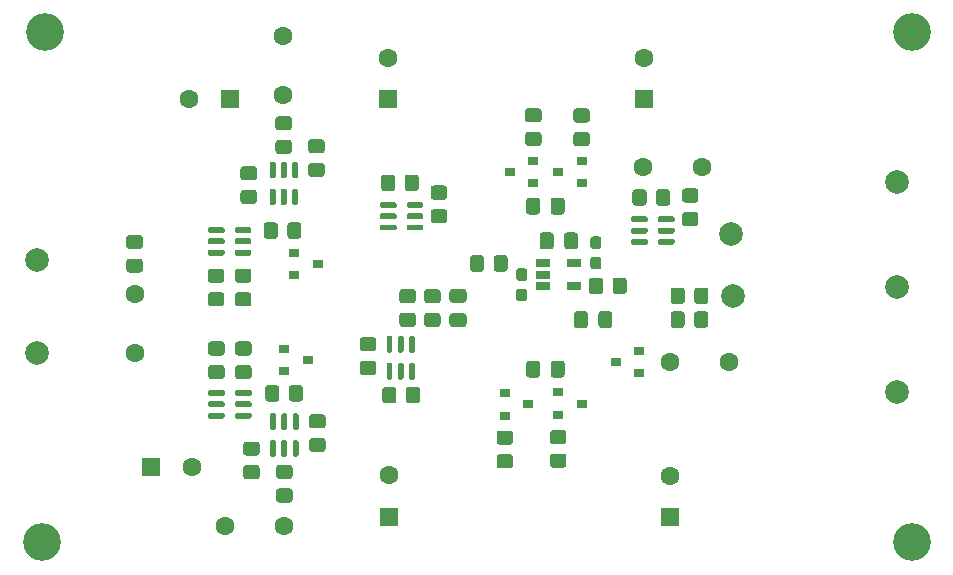
<source format=gbr>
G04 #@! TF.GenerationSoftware,KiCad,Pcbnew,(5.1.10-0-10_14)*
G04 #@! TF.CreationDate,2021-05-19T17:23:42+02:00*
G04 #@! TF.ProjectId,pre-amp-discret,7072652d-616d-4702-9d64-697363726574,rev?*
G04 #@! TF.SameCoordinates,Original*
G04 #@! TF.FileFunction,Soldermask,Top*
G04 #@! TF.FilePolarity,Negative*
%FSLAX46Y46*%
G04 Gerber Fmt 4.6, Leading zero omitted, Abs format (unit mm)*
G04 Created by KiCad (PCBNEW (5.1.10-0-10_14)) date 2021-05-19 17:23:42*
%MOMM*%
%LPD*%
G01*
G04 APERTURE LIST*
%ADD10R,1.220000X0.650000*%
%ADD11C,1.600000*%
%ADD12R,1.600000X1.600000*%
%ADD13R,0.900000X0.800000*%
%ADD14C,2.000000*%
%ADD15C,3.200000*%
G04 APERTURE END LIST*
D10*
X171022000Y-119893000D03*
X171022000Y-121793000D03*
X168402000Y-121793000D03*
X168402000Y-120843000D03*
X168402000Y-119893000D03*
G36*
G01*
X163446000Y-119437999D02*
X163446000Y-120338001D01*
G75*
G02*
X163196001Y-120588000I-249999J0D01*
G01*
X162495999Y-120588000D01*
G75*
G02*
X162246000Y-120338001I0J249999D01*
G01*
X162246000Y-119437999D01*
G75*
G02*
X162495999Y-119188000I249999J0D01*
G01*
X163196001Y-119188000D01*
G75*
G02*
X163446000Y-119437999I0J-249999D01*
G01*
G37*
G36*
G01*
X165446000Y-119437999D02*
X165446000Y-120338001D01*
G75*
G02*
X165196001Y-120588000I-249999J0D01*
G01*
X164495999Y-120588000D01*
G75*
G02*
X164246000Y-120338001I0J249999D01*
G01*
X164246000Y-119437999D01*
G75*
G02*
X164495999Y-119188000I249999J0D01*
G01*
X165196001Y-119188000D01*
G75*
G02*
X165446000Y-119437999I0J-249999D01*
G01*
G37*
G36*
G01*
X180432000Y-124200499D02*
X180432000Y-125100501D01*
G75*
G02*
X180182001Y-125350500I-249999J0D01*
G01*
X179481999Y-125350500D01*
G75*
G02*
X179232000Y-125100501I0J249999D01*
G01*
X179232000Y-124200499D01*
G75*
G02*
X179481999Y-123950500I249999J0D01*
G01*
X180182001Y-123950500D01*
G75*
G02*
X180432000Y-124200499I0J-249999D01*
G01*
G37*
G36*
G01*
X182432000Y-124200499D02*
X182432000Y-125100501D01*
G75*
G02*
X182182001Y-125350500I-249999J0D01*
G01*
X181481999Y-125350500D01*
G75*
G02*
X181232000Y-125100501I0J249999D01*
G01*
X181232000Y-124200499D01*
G75*
G02*
X181481999Y-123950500I249999J0D01*
G01*
X182182001Y-123950500D01*
G75*
G02*
X182432000Y-124200499I0J-249999D01*
G01*
G37*
G36*
G01*
X174326500Y-122243001D02*
X174326500Y-121342999D01*
G75*
G02*
X174576499Y-121093000I249999J0D01*
G01*
X175276501Y-121093000D01*
G75*
G02*
X175526500Y-121342999I0J-249999D01*
G01*
X175526500Y-122243001D01*
G75*
G02*
X175276501Y-122493000I-249999J0D01*
G01*
X174576499Y-122493000D01*
G75*
G02*
X174326500Y-122243001I0J249999D01*
G01*
G37*
G36*
G01*
X172326500Y-122243001D02*
X172326500Y-121342999D01*
G75*
G02*
X172576499Y-121093000I249999J0D01*
G01*
X173276501Y-121093000D01*
G75*
G02*
X173526500Y-121342999I0J-249999D01*
G01*
X173526500Y-122243001D01*
G75*
G02*
X173276501Y-122493000I-249999J0D01*
G01*
X172576499Y-122493000D01*
G75*
G02*
X172326500Y-122243001I0J249999D01*
G01*
G37*
G36*
G01*
X172228000Y-124175500D02*
X172228000Y-125125500D01*
G75*
G02*
X171978000Y-125375500I-250000J0D01*
G01*
X171303000Y-125375500D01*
G75*
G02*
X171053000Y-125125500I0J250000D01*
G01*
X171053000Y-124175500D01*
G75*
G02*
X171303000Y-123925500I250000J0D01*
G01*
X171978000Y-123925500D01*
G75*
G02*
X172228000Y-124175500I0J-250000D01*
G01*
G37*
G36*
G01*
X174303000Y-124175500D02*
X174303000Y-125125500D01*
G75*
G02*
X174053000Y-125375500I-250000J0D01*
G01*
X173378000Y-125375500D01*
G75*
G02*
X173128000Y-125125500I0J250000D01*
G01*
X173128000Y-124175500D01*
G75*
G02*
X173378000Y-123925500I250000J0D01*
G01*
X174053000Y-123925500D01*
G75*
G02*
X174303000Y-124175500I0J-250000D01*
G01*
G37*
G36*
G01*
X166861500Y-121378000D02*
X166386500Y-121378000D01*
G75*
G02*
X166149000Y-121140500I0J237500D01*
G01*
X166149000Y-120540500D01*
G75*
G02*
X166386500Y-120303000I237500J0D01*
G01*
X166861500Y-120303000D01*
G75*
G02*
X167099000Y-120540500I0J-237500D01*
G01*
X167099000Y-121140500D01*
G75*
G02*
X166861500Y-121378000I-237500J0D01*
G01*
G37*
G36*
G01*
X166861500Y-123103000D02*
X166386500Y-123103000D01*
G75*
G02*
X166149000Y-122865500I0J237500D01*
G01*
X166149000Y-122265500D01*
G75*
G02*
X166386500Y-122028000I237500J0D01*
G01*
X166861500Y-122028000D01*
G75*
G02*
X167099000Y-122265500I0J-237500D01*
G01*
X167099000Y-122865500D01*
G75*
G02*
X166861500Y-123103000I-237500J0D01*
G01*
G37*
G36*
G01*
X172673000Y-119324000D02*
X173148000Y-119324000D01*
G75*
G02*
X173385500Y-119561500I0J-237500D01*
G01*
X173385500Y-120161500D01*
G75*
G02*
X173148000Y-120399000I-237500J0D01*
G01*
X172673000Y-120399000D01*
G75*
G02*
X172435500Y-120161500I0J237500D01*
G01*
X172435500Y-119561500D01*
G75*
G02*
X172673000Y-119324000I237500J0D01*
G01*
G37*
G36*
G01*
X172673000Y-117599000D02*
X173148000Y-117599000D01*
G75*
G02*
X173385500Y-117836500I0J-237500D01*
G01*
X173385500Y-118436500D01*
G75*
G02*
X173148000Y-118674000I-237500J0D01*
G01*
X172673000Y-118674000D01*
G75*
G02*
X172435500Y-118436500I0J237500D01*
G01*
X172435500Y-117836500D01*
G75*
G02*
X172673000Y-117599000I237500J0D01*
G01*
G37*
G36*
G01*
X170227500Y-118458000D02*
X170227500Y-117508000D01*
G75*
G02*
X170477500Y-117258000I250000J0D01*
G01*
X171152500Y-117258000D01*
G75*
G02*
X171402500Y-117508000I0J-250000D01*
G01*
X171402500Y-118458000D01*
G75*
G02*
X171152500Y-118708000I-250000J0D01*
G01*
X170477500Y-118708000D01*
G75*
G02*
X170227500Y-118458000I0J250000D01*
G01*
G37*
G36*
G01*
X168152500Y-118458000D02*
X168152500Y-117508000D01*
G75*
G02*
X168402500Y-117258000I250000J0D01*
G01*
X169077500Y-117258000D01*
G75*
G02*
X169327500Y-117508000I0J-250000D01*
G01*
X169327500Y-118458000D01*
G75*
G02*
X169077500Y-118708000I-250000J0D01*
G01*
X168402500Y-118708000D01*
G75*
G02*
X168152500Y-118458000I0J250000D01*
G01*
G37*
G36*
G01*
X145710100Y-133999000D02*
X145460100Y-133999000D01*
G75*
G02*
X145335100Y-133874000I0J125000D01*
G01*
X145335100Y-132699000D01*
G75*
G02*
X145460100Y-132574000I125000J0D01*
G01*
X145710100Y-132574000D01*
G75*
G02*
X145835100Y-132699000I0J-125000D01*
G01*
X145835100Y-133874000D01*
G75*
G02*
X145710100Y-133999000I-125000J0D01*
G01*
G37*
G36*
G01*
X146660100Y-133999000D02*
X146410100Y-133999000D01*
G75*
G02*
X146285100Y-133874000I0J125000D01*
G01*
X146285100Y-132699000D01*
G75*
G02*
X146410100Y-132574000I125000J0D01*
G01*
X146660100Y-132574000D01*
G75*
G02*
X146785100Y-132699000I0J-125000D01*
G01*
X146785100Y-133874000D01*
G75*
G02*
X146660100Y-133999000I-125000J0D01*
G01*
G37*
G36*
G01*
X147610100Y-133999000D02*
X147360100Y-133999000D01*
G75*
G02*
X147235100Y-133874000I0J125000D01*
G01*
X147235100Y-132699000D01*
G75*
G02*
X147360100Y-132574000I125000J0D01*
G01*
X147610100Y-132574000D01*
G75*
G02*
X147735100Y-132699000I0J-125000D01*
G01*
X147735100Y-133874000D01*
G75*
G02*
X147610100Y-133999000I-125000J0D01*
G01*
G37*
G36*
G01*
X147610100Y-136274000D02*
X147360100Y-136274000D01*
G75*
G02*
X147235100Y-136149000I0J125000D01*
G01*
X147235100Y-134974000D01*
G75*
G02*
X147360100Y-134849000I125000J0D01*
G01*
X147610100Y-134849000D01*
G75*
G02*
X147735100Y-134974000I0J-125000D01*
G01*
X147735100Y-136149000D01*
G75*
G02*
X147610100Y-136274000I-125000J0D01*
G01*
G37*
G36*
G01*
X146660100Y-136274000D02*
X146410100Y-136274000D01*
G75*
G02*
X146285100Y-136149000I0J125000D01*
G01*
X146285100Y-134974000D01*
G75*
G02*
X146410100Y-134849000I125000J0D01*
G01*
X146660100Y-134849000D01*
G75*
G02*
X146785100Y-134974000I0J-125000D01*
G01*
X146785100Y-136149000D01*
G75*
G02*
X146660100Y-136274000I-125000J0D01*
G01*
G37*
G36*
G01*
X145710100Y-136274000D02*
X145460100Y-136274000D01*
G75*
G02*
X145335100Y-136149000I0J125000D01*
G01*
X145335100Y-134974000D01*
G75*
G02*
X145460100Y-134849000I125000J0D01*
G01*
X145710100Y-134849000D01*
G75*
G02*
X145835100Y-134974000I0J-125000D01*
G01*
X145835100Y-136149000D01*
G75*
G02*
X145710100Y-136274000I-125000J0D01*
G01*
G37*
G36*
G01*
X142353000Y-130998500D02*
X142353000Y-130748500D01*
G75*
G02*
X142478000Y-130623500I125000J0D01*
G01*
X143653000Y-130623500D01*
G75*
G02*
X143778000Y-130748500I0J-125000D01*
G01*
X143778000Y-130998500D01*
G75*
G02*
X143653000Y-131123500I-125000J0D01*
G01*
X142478000Y-131123500D01*
G75*
G02*
X142353000Y-130998500I0J125000D01*
G01*
G37*
G36*
G01*
X142353000Y-131948500D02*
X142353000Y-131698500D01*
G75*
G02*
X142478000Y-131573500I125000J0D01*
G01*
X143653000Y-131573500D01*
G75*
G02*
X143778000Y-131698500I0J-125000D01*
G01*
X143778000Y-131948500D01*
G75*
G02*
X143653000Y-132073500I-125000J0D01*
G01*
X142478000Y-132073500D01*
G75*
G02*
X142353000Y-131948500I0J125000D01*
G01*
G37*
G36*
G01*
X142353000Y-132898500D02*
X142353000Y-132648500D01*
G75*
G02*
X142478000Y-132523500I125000J0D01*
G01*
X143653000Y-132523500D01*
G75*
G02*
X143778000Y-132648500I0J-125000D01*
G01*
X143778000Y-132898500D01*
G75*
G02*
X143653000Y-133023500I-125000J0D01*
G01*
X142478000Y-133023500D01*
G75*
G02*
X142353000Y-132898500I0J125000D01*
G01*
G37*
G36*
G01*
X140078000Y-132898500D02*
X140078000Y-132648500D01*
G75*
G02*
X140203000Y-132523500I125000J0D01*
G01*
X141378000Y-132523500D01*
G75*
G02*
X141503000Y-132648500I0J-125000D01*
G01*
X141503000Y-132898500D01*
G75*
G02*
X141378000Y-133023500I-125000J0D01*
G01*
X140203000Y-133023500D01*
G75*
G02*
X140078000Y-132898500I0J125000D01*
G01*
G37*
G36*
G01*
X140078000Y-131948500D02*
X140078000Y-131698500D01*
G75*
G02*
X140203000Y-131573500I125000J0D01*
G01*
X141378000Y-131573500D01*
G75*
G02*
X141503000Y-131698500I0J-125000D01*
G01*
X141503000Y-131948500D01*
G75*
G02*
X141378000Y-132073500I-125000J0D01*
G01*
X140203000Y-132073500D01*
G75*
G02*
X140078000Y-131948500I0J125000D01*
G01*
G37*
G36*
G01*
X140078000Y-130998500D02*
X140078000Y-130748500D01*
G75*
G02*
X140203000Y-130623500I125000J0D01*
G01*
X141378000Y-130623500D01*
G75*
G02*
X141503000Y-130748500I0J-125000D01*
G01*
X141503000Y-130998500D01*
G75*
G02*
X141378000Y-131123500I-125000J0D01*
G01*
X140203000Y-131123500D01*
G75*
G02*
X140078000Y-130998500I0J125000D01*
G01*
G37*
G36*
G01*
X177306000Y-117931700D02*
X177306000Y-118181700D01*
G75*
G02*
X177181000Y-118306700I-125000J0D01*
G01*
X176006000Y-118306700D01*
G75*
G02*
X175881000Y-118181700I0J125000D01*
G01*
X175881000Y-117931700D01*
G75*
G02*
X176006000Y-117806700I125000J0D01*
G01*
X177181000Y-117806700D01*
G75*
G02*
X177306000Y-117931700I0J-125000D01*
G01*
G37*
G36*
G01*
X177306000Y-116981700D02*
X177306000Y-117231700D01*
G75*
G02*
X177181000Y-117356700I-125000J0D01*
G01*
X176006000Y-117356700D01*
G75*
G02*
X175881000Y-117231700I0J125000D01*
G01*
X175881000Y-116981700D01*
G75*
G02*
X176006000Y-116856700I125000J0D01*
G01*
X177181000Y-116856700D01*
G75*
G02*
X177306000Y-116981700I0J-125000D01*
G01*
G37*
G36*
G01*
X177306000Y-116031700D02*
X177306000Y-116281700D01*
G75*
G02*
X177181000Y-116406700I-125000J0D01*
G01*
X176006000Y-116406700D01*
G75*
G02*
X175881000Y-116281700I0J125000D01*
G01*
X175881000Y-116031700D01*
G75*
G02*
X176006000Y-115906700I125000J0D01*
G01*
X177181000Y-115906700D01*
G75*
G02*
X177306000Y-116031700I0J-125000D01*
G01*
G37*
G36*
G01*
X179581000Y-116031700D02*
X179581000Y-116281700D01*
G75*
G02*
X179456000Y-116406700I-125000J0D01*
G01*
X178281000Y-116406700D01*
G75*
G02*
X178156000Y-116281700I0J125000D01*
G01*
X178156000Y-116031700D01*
G75*
G02*
X178281000Y-115906700I125000J0D01*
G01*
X179456000Y-115906700D01*
G75*
G02*
X179581000Y-116031700I0J-125000D01*
G01*
G37*
G36*
G01*
X179581000Y-116981700D02*
X179581000Y-117231700D01*
G75*
G02*
X179456000Y-117356700I-125000J0D01*
G01*
X178281000Y-117356700D01*
G75*
G02*
X178156000Y-117231700I0J125000D01*
G01*
X178156000Y-116981700D01*
G75*
G02*
X178281000Y-116856700I125000J0D01*
G01*
X179456000Y-116856700D01*
G75*
G02*
X179581000Y-116981700I0J-125000D01*
G01*
G37*
G36*
G01*
X179581000Y-117931700D02*
X179581000Y-118181700D01*
G75*
G02*
X179456000Y-118306700I-125000J0D01*
G01*
X178281000Y-118306700D01*
G75*
G02*
X178156000Y-118181700I0J125000D01*
G01*
X178156000Y-117931700D01*
G75*
G02*
X178281000Y-117806700I125000J0D01*
G01*
X179456000Y-117806700D01*
G75*
G02*
X179581000Y-117931700I0J-125000D01*
G01*
G37*
G36*
G01*
X156033500Y-116722700D02*
X156033500Y-116972700D01*
G75*
G02*
X155908500Y-117097700I-125000J0D01*
G01*
X154733500Y-117097700D01*
G75*
G02*
X154608500Y-116972700I0J125000D01*
G01*
X154608500Y-116722700D01*
G75*
G02*
X154733500Y-116597700I125000J0D01*
G01*
X155908500Y-116597700D01*
G75*
G02*
X156033500Y-116722700I0J-125000D01*
G01*
G37*
G36*
G01*
X156033500Y-115772700D02*
X156033500Y-116022700D01*
G75*
G02*
X155908500Y-116147700I-125000J0D01*
G01*
X154733500Y-116147700D01*
G75*
G02*
X154608500Y-116022700I0J125000D01*
G01*
X154608500Y-115772700D01*
G75*
G02*
X154733500Y-115647700I125000J0D01*
G01*
X155908500Y-115647700D01*
G75*
G02*
X156033500Y-115772700I0J-125000D01*
G01*
G37*
G36*
G01*
X156033500Y-114822700D02*
X156033500Y-115072700D01*
G75*
G02*
X155908500Y-115197700I-125000J0D01*
G01*
X154733500Y-115197700D01*
G75*
G02*
X154608500Y-115072700I0J125000D01*
G01*
X154608500Y-114822700D01*
G75*
G02*
X154733500Y-114697700I125000J0D01*
G01*
X155908500Y-114697700D01*
G75*
G02*
X156033500Y-114822700I0J-125000D01*
G01*
G37*
G36*
G01*
X158308500Y-114822700D02*
X158308500Y-115072700D01*
G75*
G02*
X158183500Y-115197700I-125000J0D01*
G01*
X157008500Y-115197700D01*
G75*
G02*
X156883500Y-115072700I0J125000D01*
G01*
X156883500Y-114822700D01*
G75*
G02*
X157008500Y-114697700I125000J0D01*
G01*
X158183500Y-114697700D01*
G75*
G02*
X158308500Y-114822700I0J-125000D01*
G01*
G37*
G36*
G01*
X158308500Y-115772700D02*
X158308500Y-116022700D01*
G75*
G02*
X158183500Y-116147700I-125000J0D01*
G01*
X157008500Y-116147700D01*
G75*
G02*
X156883500Y-116022700I0J125000D01*
G01*
X156883500Y-115772700D01*
G75*
G02*
X157008500Y-115647700I125000J0D01*
G01*
X158183500Y-115647700D01*
G75*
G02*
X158308500Y-115772700I0J-125000D01*
G01*
G37*
G36*
G01*
X158308500Y-116722700D02*
X158308500Y-116972700D01*
G75*
G02*
X158183500Y-117097700I-125000J0D01*
G01*
X157008500Y-117097700D01*
G75*
G02*
X156883500Y-116972700I0J125000D01*
G01*
X156883500Y-116722700D01*
G75*
G02*
X157008500Y-116597700I125000J0D01*
G01*
X158183500Y-116597700D01*
G75*
G02*
X158308500Y-116722700I0J-125000D01*
G01*
G37*
G36*
G01*
X142329300Y-117198600D02*
X142329300Y-116948600D01*
G75*
G02*
X142454300Y-116823600I125000J0D01*
G01*
X143629300Y-116823600D01*
G75*
G02*
X143754300Y-116948600I0J-125000D01*
G01*
X143754300Y-117198600D01*
G75*
G02*
X143629300Y-117323600I-125000J0D01*
G01*
X142454300Y-117323600D01*
G75*
G02*
X142329300Y-117198600I0J125000D01*
G01*
G37*
G36*
G01*
X142329300Y-118148600D02*
X142329300Y-117898600D01*
G75*
G02*
X142454300Y-117773600I125000J0D01*
G01*
X143629300Y-117773600D01*
G75*
G02*
X143754300Y-117898600I0J-125000D01*
G01*
X143754300Y-118148600D01*
G75*
G02*
X143629300Y-118273600I-125000J0D01*
G01*
X142454300Y-118273600D01*
G75*
G02*
X142329300Y-118148600I0J125000D01*
G01*
G37*
G36*
G01*
X142329300Y-119098600D02*
X142329300Y-118848600D01*
G75*
G02*
X142454300Y-118723600I125000J0D01*
G01*
X143629300Y-118723600D01*
G75*
G02*
X143754300Y-118848600I0J-125000D01*
G01*
X143754300Y-119098600D01*
G75*
G02*
X143629300Y-119223600I-125000J0D01*
G01*
X142454300Y-119223600D01*
G75*
G02*
X142329300Y-119098600I0J125000D01*
G01*
G37*
G36*
G01*
X140054300Y-119098600D02*
X140054300Y-118848600D01*
G75*
G02*
X140179300Y-118723600I125000J0D01*
G01*
X141354300Y-118723600D01*
G75*
G02*
X141479300Y-118848600I0J-125000D01*
G01*
X141479300Y-119098600D01*
G75*
G02*
X141354300Y-119223600I-125000J0D01*
G01*
X140179300Y-119223600D01*
G75*
G02*
X140054300Y-119098600I0J125000D01*
G01*
G37*
G36*
G01*
X140054300Y-118148600D02*
X140054300Y-117898600D01*
G75*
G02*
X140179300Y-117773600I125000J0D01*
G01*
X141354300Y-117773600D01*
G75*
G02*
X141479300Y-117898600I0J-125000D01*
G01*
X141479300Y-118148600D01*
G75*
G02*
X141354300Y-118273600I-125000J0D01*
G01*
X140179300Y-118273600D01*
G75*
G02*
X140054300Y-118148600I0J125000D01*
G01*
G37*
G36*
G01*
X140054300Y-117198600D02*
X140054300Y-116948600D01*
G75*
G02*
X140179300Y-116823600I125000J0D01*
G01*
X141354300Y-116823600D01*
G75*
G02*
X141479300Y-116948600I0J-125000D01*
G01*
X141479300Y-117198600D01*
G75*
G02*
X141354300Y-117323600I-125000J0D01*
G01*
X140179300Y-117323600D01*
G75*
G02*
X140054300Y-117198600I0J125000D01*
G01*
G37*
G36*
G01*
X145667000Y-112699400D02*
X145417000Y-112699400D01*
G75*
G02*
X145292000Y-112574400I0J125000D01*
G01*
X145292000Y-111399400D01*
G75*
G02*
X145417000Y-111274400I125000J0D01*
G01*
X145667000Y-111274400D01*
G75*
G02*
X145792000Y-111399400I0J-125000D01*
G01*
X145792000Y-112574400D01*
G75*
G02*
X145667000Y-112699400I-125000J0D01*
G01*
G37*
G36*
G01*
X146617000Y-112699400D02*
X146367000Y-112699400D01*
G75*
G02*
X146242000Y-112574400I0J125000D01*
G01*
X146242000Y-111399400D01*
G75*
G02*
X146367000Y-111274400I125000J0D01*
G01*
X146617000Y-111274400D01*
G75*
G02*
X146742000Y-111399400I0J-125000D01*
G01*
X146742000Y-112574400D01*
G75*
G02*
X146617000Y-112699400I-125000J0D01*
G01*
G37*
G36*
G01*
X147567000Y-112699400D02*
X147317000Y-112699400D01*
G75*
G02*
X147192000Y-112574400I0J125000D01*
G01*
X147192000Y-111399400D01*
G75*
G02*
X147317000Y-111274400I125000J0D01*
G01*
X147567000Y-111274400D01*
G75*
G02*
X147692000Y-111399400I0J-125000D01*
G01*
X147692000Y-112574400D01*
G75*
G02*
X147567000Y-112699400I-125000J0D01*
G01*
G37*
G36*
G01*
X147567000Y-114974400D02*
X147317000Y-114974400D01*
G75*
G02*
X147192000Y-114849400I0J125000D01*
G01*
X147192000Y-113674400D01*
G75*
G02*
X147317000Y-113549400I125000J0D01*
G01*
X147567000Y-113549400D01*
G75*
G02*
X147692000Y-113674400I0J-125000D01*
G01*
X147692000Y-114849400D01*
G75*
G02*
X147567000Y-114974400I-125000J0D01*
G01*
G37*
G36*
G01*
X146617000Y-114974400D02*
X146367000Y-114974400D01*
G75*
G02*
X146242000Y-114849400I0J125000D01*
G01*
X146242000Y-113674400D01*
G75*
G02*
X146367000Y-113549400I125000J0D01*
G01*
X146617000Y-113549400D01*
G75*
G02*
X146742000Y-113674400I0J-125000D01*
G01*
X146742000Y-114849400D01*
G75*
G02*
X146617000Y-114974400I-125000J0D01*
G01*
G37*
G36*
G01*
X145667000Y-114974400D02*
X145417000Y-114974400D01*
G75*
G02*
X145292000Y-114849400I0J125000D01*
G01*
X145292000Y-113674400D01*
G75*
G02*
X145417000Y-113549400I125000J0D01*
G01*
X145667000Y-113549400D01*
G75*
G02*
X145792000Y-113674400I0J-125000D01*
G01*
X145792000Y-114849400D01*
G75*
G02*
X145667000Y-114974400I-125000J0D01*
G01*
G37*
G36*
G01*
X157215300Y-128303800D02*
X157465300Y-128303800D01*
G75*
G02*
X157590300Y-128428800I0J-125000D01*
G01*
X157590300Y-129603800D01*
G75*
G02*
X157465300Y-129728800I-125000J0D01*
G01*
X157215300Y-129728800D01*
G75*
G02*
X157090300Y-129603800I0J125000D01*
G01*
X157090300Y-128428800D01*
G75*
G02*
X157215300Y-128303800I125000J0D01*
G01*
G37*
G36*
G01*
X156265300Y-128303800D02*
X156515300Y-128303800D01*
G75*
G02*
X156640300Y-128428800I0J-125000D01*
G01*
X156640300Y-129603800D01*
G75*
G02*
X156515300Y-129728800I-125000J0D01*
G01*
X156265300Y-129728800D01*
G75*
G02*
X156140300Y-129603800I0J125000D01*
G01*
X156140300Y-128428800D01*
G75*
G02*
X156265300Y-128303800I125000J0D01*
G01*
G37*
G36*
G01*
X155315300Y-128303800D02*
X155565300Y-128303800D01*
G75*
G02*
X155690300Y-128428800I0J-125000D01*
G01*
X155690300Y-129603800D01*
G75*
G02*
X155565300Y-129728800I-125000J0D01*
G01*
X155315300Y-129728800D01*
G75*
G02*
X155190300Y-129603800I0J125000D01*
G01*
X155190300Y-128428800D01*
G75*
G02*
X155315300Y-128303800I125000J0D01*
G01*
G37*
G36*
G01*
X155315300Y-126028800D02*
X155565300Y-126028800D01*
G75*
G02*
X155690300Y-126153800I0J-125000D01*
G01*
X155690300Y-127328800D01*
G75*
G02*
X155565300Y-127453800I-125000J0D01*
G01*
X155315300Y-127453800D01*
G75*
G02*
X155190300Y-127328800I0J125000D01*
G01*
X155190300Y-126153800D01*
G75*
G02*
X155315300Y-126028800I125000J0D01*
G01*
G37*
G36*
G01*
X156265300Y-126028800D02*
X156515300Y-126028800D01*
G75*
G02*
X156640300Y-126153800I0J-125000D01*
G01*
X156640300Y-127328800D01*
G75*
G02*
X156515300Y-127453800I-125000J0D01*
G01*
X156265300Y-127453800D01*
G75*
G02*
X156140300Y-127328800I0J125000D01*
G01*
X156140300Y-126153800D01*
G75*
G02*
X156265300Y-126028800I125000J0D01*
G01*
G37*
G36*
G01*
X157215300Y-126028800D02*
X157465300Y-126028800D01*
G75*
G02*
X157590300Y-126153800I0J-125000D01*
G01*
X157590300Y-127328800D01*
G75*
G02*
X157465300Y-127453800I-125000J0D01*
G01*
X157215300Y-127453800D01*
G75*
G02*
X157090300Y-127328800I0J125000D01*
G01*
X157090300Y-126153800D01*
G75*
G02*
X157215300Y-126028800I125000J0D01*
G01*
G37*
D11*
X176961800Y-102481500D03*
D12*
X176961800Y-105981500D03*
G36*
G01*
X146082599Y-138941000D02*
X146982601Y-138941000D01*
G75*
G02*
X147232600Y-139190999I0J-249999D01*
G01*
X147232600Y-139891001D01*
G75*
G02*
X146982601Y-140141000I-249999J0D01*
G01*
X146082599Y-140141000D01*
G75*
G02*
X145832600Y-139891001I0J249999D01*
G01*
X145832600Y-139190999D01*
G75*
G02*
X146082599Y-138941000I249999J0D01*
G01*
G37*
G36*
G01*
X146082599Y-136941000D02*
X146982601Y-136941000D01*
G75*
G02*
X147232600Y-137190999I0J-249999D01*
G01*
X147232600Y-137891001D01*
G75*
G02*
X146982601Y-138141000I-249999J0D01*
G01*
X146082599Y-138141000D01*
G75*
G02*
X145832600Y-137891001I0J249999D01*
G01*
X145832600Y-137190999D01*
G75*
G02*
X146082599Y-136941000I249999J0D01*
G01*
G37*
G36*
G01*
X146110500Y-130436199D02*
X146110500Y-131336201D01*
G75*
G02*
X145860501Y-131586200I-249999J0D01*
G01*
X145160499Y-131586200D01*
G75*
G02*
X144910500Y-131336201I0J249999D01*
G01*
X144910500Y-130436199D01*
G75*
G02*
X145160499Y-130186200I249999J0D01*
G01*
X145860501Y-130186200D01*
G75*
G02*
X146110500Y-130436199I0J-249999D01*
G01*
G37*
G36*
G01*
X148110500Y-130436199D02*
X148110500Y-131336201D01*
G75*
G02*
X147860501Y-131586200I-249999J0D01*
G01*
X147160499Y-131586200D01*
G75*
G02*
X146910500Y-131336201I0J249999D01*
G01*
X146910500Y-130436199D01*
G75*
G02*
X147160499Y-130186200I249999J0D01*
G01*
X147860501Y-130186200D01*
G75*
G02*
X148110500Y-130436199I0J-249999D01*
G01*
G37*
G36*
G01*
X145983500Y-116656699D02*
X145983500Y-117556701D01*
G75*
G02*
X145733501Y-117806700I-249999J0D01*
G01*
X145033499Y-117806700D01*
G75*
G02*
X144783500Y-117556701I0J249999D01*
G01*
X144783500Y-116656699D01*
G75*
G02*
X145033499Y-116406700I249999J0D01*
G01*
X145733501Y-116406700D01*
G75*
G02*
X145983500Y-116656699I0J-249999D01*
G01*
G37*
G36*
G01*
X147983500Y-116656699D02*
X147983500Y-117556701D01*
G75*
G02*
X147733501Y-117806700I-249999J0D01*
G01*
X147033499Y-117806700D01*
G75*
G02*
X146783500Y-117556701I0J249999D01*
G01*
X146783500Y-116656699D01*
G75*
G02*
X147033499Y-116406700I249999J0D01*
G01*
X147733501Y-116406700D01*
G75*
G02*
X147983500Y-116656699I0J-249999D01*
G01*
G37*
G36*
G01*
X146031799Y-109420100D02*
X146931801Y-109420100D01*
G75*
G02*
X147181800Y-109670099I0J-249999D01*
G01*
X147181800Y-110370101D01*
G75*
G02*
X146931801Y-110620100I-249999J0D01*
G01*
X146031799Y-110620100D01*
G75*
G02*
X145781800Y-110370101I0J249999D01*
G01*
X145781800Y-109670099D01*
G75*
G02*
X146031799Y-109420100I249999J0D01*
G01*
G37*
G36*
G01*
X146031799Y-107420100D02*
X146931801Y-107420100D01*
G75*
G02*
X147181800Y-107670099I0J-249999D01*
G01*
X147181800Y-108370101D01*
G75*
G02*
X146931801Y-108620100I-249999J0D01*
G01*
X146031799Y-108620100D01*
G75*
G02*
X145781800Y-108370101I0J249999D01*
G01*
X145781800Y-107670099D01*
G75*
G02*
X146031799Y-107420100I249999J0D01*
G01*
G37*
D13*
X148532600Y-128043900D03*
X146532600Y-128993900D03*
X146532600Y-127093900D03*
X149383500Y-119949000D03*
X147383500Y-120899000D03*
X147383500Y-118999000D03*
D11*
X155422600Y-137845800D03*
D12*
X155422600Y-141345800D03*
D11*
X155346400Y-102506900D03*
D12*
X155346400Y-106006900D03*
G36*
G01*
X143301299Y-136972500D02*
X144201301Y-136972500D01*
G75*
G02*
X144451300Y-137222499I0J-249999D01*
G01*
X144451300Y-137922501D01*
G75*
G02*
X144201301Y-138172500I-249999J0D01*
G01*
X143301299Y-138172500D01*
G75*
G02*
X143051300Y-137922501I0J249999D01*
G01*
X143051300Y-137222499D01*
G75*
G02*
X143301299Y-136972500I249999J0D01*
G01*
G37*
G36*
G01*
X143301299Y-134972500D02*
X144201301Y-134972500D01*
G75*
G02*
X144451300Y-135222499I0J-249999D01*
G01*
X144451300Y-135922501D01*
G75*
G02*
X144201301Y-136172500I-249999J0D01*
G01*
X143301299Y-136172500D01*
G75*
G02*
X143051300Y-135922501I0J249999D01*
G01*
X143051300Y-135222499D01*
G75*
G02*
X143301299Y-134972500I249999J0D01*
G01*
G37*
D13*
X165614600Y-112130800D03*
X167614600Y-111180800D03*
X167614600Y-113080800D03*
G36*
G01*
X180444700Y-122181199D02*
X180444700Y-123081201D01*
G75*
G02*
X180194701Y-123331200I-249999J0D01*
G01*
X179494699Y-123331200D01*
G75*
G02*
X179244700Y-123081201I0J249999D01*
G01*
X179244700Y-122181199D01*
G75*
G02*
X179494699Y-121931200I249999J0D01*
G01*
X180194701Y-121931200D01*
G75*
G02*
X180444700Y-122181199I0J-249999D01*
G01*
G37*
G36*
G01*
X182444700Y-122181199D02*
X182444700Y-123081201D01*
G75*
G02*
X182194701Y-123331200I-249999J0D01*
G01*
X181494699Y-123331200D01*
G75*
G02*
X181244700Y-123081201I0J249999D01*
G01*
X181244700Y-122181199D01*
G75*
G02*
X181494699Y-121931200I249999J0D01*
G01*
X182194701Y-121931200D01*
G75*
G02*
X182444700Y-122181199I0J-249999D01*
G01*
G37*
G36*
G01*
X181348801Y-114741500D02*
X180448799Y-114741500D01*
G75*
G02*
X180198800Y-114491501I0J249999D01*
G01*
X180198800Y-113791499D01*
G75*
G02*
X180448799Y-113541500I249999J0D01*
G01*
X181348801Y-113541500D01*
G75*
G02*
X181598800Y-113791499I0J-249999D01*
G01*
X181598800Y-114491501D01*
G75*
G02*
X181348801Y-114741500I-249999J0D01*
G01*
G37*
G36*
G01*
X181348801Y-116741500D02*
X180448799Y-116741500D01*
G75*
G02*
X180198800Y-116491501I0J249999D01*
G01*
X180198800Y-115791499D01*
G75*
G02*
X180448799Y-115541500I249999J0D01*
G01*
X181348801Y-115541500D01*
G75*
G02*
X181598800Y-115791499I0J-249999D01*
G01*
X181598800Y-116491501D01*
G75*
G02*
X181348801Y-116741500I-249999J0D01*
G01*
G37*
G36*
G01*
X169272799Y-135994600D02*
X170172801Y-135994600D01*
G75*
G02*
X170422800Y-136244599I0J-249999D01*
G01*
X170422800Y-136944601D01*
G75*
G02*
X170172801Y-137194600I-249999J0D01*
G01*
X169272799Y-137194600D01*
G75*
G02*
X169022800Y-136944601I0J249999D01*
G01*
X169022800Y-136244599D01*
G75*
G02*
X169272799Y-135994600I249999J0D01*
G01*
G37*
G36*
G01*
X169272799Y-133994600D02*
X170172801Y-133994600D01*
G75*
G02*
X170422800Y-134244599I0J-249999D01*
G01*
X170422800Y-134944601D01*
G75*
G02*
X170172801Y-135194600I-249999J0D01*
G01*
X169272799Y-135194600D01*
G75*
G02*
X169022800Y-134944601I0J249999D01*
G01*
X169022800Y-134244599D01*
G75*
G02*
X169272799Y-133994600I249999J0D01*
G01*
G37*
G36*
G01*
X167164599Y-108747000D02*
X168064601Y-108747000D01*
G75*
G02*
X168314600Y-108996999I0J-249999D01*
G01*
X168314600Y-109697001D01*
G75*
G02*
X168064601Y-109947000I-249999J0D01*
G01*
X167164599Y-109947000D01*
G75*
G02*
X166914600Y-109697001I0J249999D01*
G01*
X166914600Y-108996999D01*
G75*
G02*
X167164599Y-108747000I249999J0D01*
G01*
G37*
G36*
G01*
X167164599Y-106747000D02*
X168064601Y-106747000D01*
G75*
G02*
X168314600Y-106996999I0J-249999D01*
G01*
X168314600Y-107697001D01*
G75*
G02*
X168064601Y-107947000I-249999J0D01*
G01*
X167164599Y-107947000D01*
G75*
G02*
X166914600Y-107697001I0J249999D01*
G01*
X166914600Y-106996999D01*
G75*
G02*
X167164599Y-106747000I249999J0D01*
G01*
G37*
G36*
G01*
X154069201Y-127346000D02*
X153169199Y-127346000D01*
G75*
G02*
X152919200Y-127096001I0J249999D01*
G01*
X152919200Y-126395999D01*
G75*
G02*
X153169199Y-126146000I249999J0D01*
G01*
X154069201Y-126146000D01*
G75*
G02*
X154319200Y-126395999I0J-249999D01*
G01*
X154319200Y-127096001D01*
G75*
G02*
X154069201Y-127346000I-249999J0D01*
G01*
G37*
G36*
G01*
X154069201Y-129346000D02*
X153169199Y-129346000D01*
G75*
G02*
X152919200Y-129096001I0J249999D01*
G01*
X152919200Y-128395999D01*
G75*
G02*
X153169199Y-128146000I249999J0D01*
G01*
X154069201Y-128146000D01*
G75*
G02*
X154319200Y-128395999I0J-249999D01*
G01*
X154319200Y-129096001D01*
G75*
G02*
X154069201Y-129346000I-249999J0D01*
G01*
G37*
G36*
G01*
X142602799Y-122323300D02*
X143502801Y-122323300D01*
G75*
G02*
X143752800Y-122573299I0J-249999D01*
G01*
X143752800Y-123273301D01*
G75*
G02*
X143502801Y-123523300I-249999J0D01*
G01*
X142602799Y-123523300D01*
G75*
G02*
X142352800Y-123273301I0J249999D01*
G01*
X142352800Y-122573299D01*
G75*
G02*
X142602799Y-122323300I249999J0D01*
G01*
G37*
G36*
G01*
X142602799Y-120323300D02*
X143502801Y-120323300D01*
G75*
G02*
X143752800Y-120573299I0J-249999D01*
G01*
X143752800Y-121273301D01*
G75*
G02*
X143502801Y-121523300I-249999J0D01*
G01*
X142602799Y-121523300D01*
G75*
G02*
X142352800Y-121273301I0J249999D01*
G01*
X142352800Y-120573299D01*
G75*
G02*
X142602799Y-120323300I249999J0D01*
G01*
G37*
G36*
G01*
X148800399Y-111375900D02*
X149700401Y-111375900D01*
G75*
G02*
X149950400Y-111625899I0J-249999D01*
G01*
X149950400Y-112325901D01*
G75*
G02*
X149700401Y-112575900I-249999J0D01*
G01*
X148800399Y-112575900D01*
G75*
G02*
X148550400Y-112325901I0J249999D01*
G01*
X148550400Y-111625899D01*
G75*
G02*
X148800399Y-111375900I249999J0D01*
G01*
G37*
G36*
G01*
X148800399Y-109375900D02*
X149700401Y-109375900D01*
G75*
G02*
X149950400Y-109625899I0J-249999D01*
G01*
X149950400Y-110325901D01*
G75*
G02*
X149700401Y-110575900I-249999J0D01*
G01*
X148800399Y-110575900D01*
G75*
G02*
X148550400Y-110325901I0J249999D01*
G01*
X148550400Y-109625899D01*
G75*
G02*
X148800399Y-109375900I249999J0D01*
G01*
G37*
G36*
G01*
X156029200Y-130588599D02*
X156029200Y-131488601D01*
G75*
G02*
X155779201Y-131738600I-249999J0D01*
G01*
X155079199Y-131738600D01*
G75*
G02*
X154829200Y-131488601I0J249999D01*
G01*
X154829200Y-130588599D01*
G75*
G02*
X155079199Y-130338600I249999J0D01*
G01*
X155779201Y-130338600D01*
G75*
G02*
X156029200Y-130588599I0J-249999D01*
G01*
G37*
G36*
G01*
X158029200Y-130588599D02*
X158029200Y-131488601D01*
G75*
G02*
X157779201Y-131738600I-249999J0D01*
G01*
X157079199Y-131738600D01*
G75*
G02*
X156829200Y-131488601I0J249999D01*
G01*
X156829200Y-130588599D01*
G75*
G02*
X157079199Y-130338600I249999J0D01*
G01*
X157779201Y-130338600D01*
G75*
G02*
X158029200Y-130588599I0J-249999D01*
G01*
G37*
G36*
G01*
X140304099Y-122336000D02*
X141204101Y-122336000D01*
G75*
G02*
X141454100Y-122585999I0J-249999D01*
G01*
X141454100Y-123286001D01*
G75*
G02*
X141204101Y-123536000I-249999J0D01*
G01*
X140304099Y-123536000D01*
G75*
G02*
X140054100Y-123286001I0J249999D01*
G01*
X140054100Y-122585999D01*
G75*
G02*
X140304099Y-122336000I249999J0D01*
G01*
G37*
G36*
G01*
X140304099Y-120336000D02*
X141204101Y-120336000D01*
G75*
G02*
X141454100Y-120585999I0J-249999D01*
G01*
X141454100Y-121286001D01*
G75*
G02*
X141204101Y-121536000I-249999J0D01*
G01*
X140304099Y-121536000D01*
G75*
G02*
X140054100Y-121286001I0J249999D01*
G01*
X140054100Y-120585999D01*
G75*
G02*
X140304099Y-120336000I249999J0D01*
G01*
G37*
G36*
G01*
X143072699Y-113661900D02*
X143972701Y-113661900D01*
G75*
G02*
X144222700Y-113911899I0J-249999D01*
G01*
X144222700Y-114611901D01*
G75*
G02*
X143972701Y-114861900I-249999J0D01*
G01*
X143072699Y-114861900D01*
G75*
G02*
X142822700Y-114611901I0J249999D01*
G01*
X142822700Y-113911899D01*
G75*
G02*
X143072699Y-113661900I249999J0D01*
G01*
G37*
G36*
G01*
X143072699Y-111661900D02*
X143972701Y-111661900D01*
G75*
G02*
X144222700Y-111911899I0J-249999D01*
G01*
X144222700Y-112611901D01*
G75*
G02*
X143972701Y-112861900I-249999J0D01*
G01*
X143072699Y-112861900D01*
G75*
G02*
X142822700Y-112611901I0J249999D01*
G01*
X142822700Y-111911899D01*
G75*
G02*
X143072699Y-111661900I249999J0D01*
G01*
G37*
G36*
G01*
X168184500Y-114561600D02*
X168184500Y-115511600D01*
G75*
G02*
X167934500Y-115761600I-250000J0D01*
G01*
X167259500Y-115761600D01*
G75*
G02*
X167009500Y-115511600I0J250000D01*
G01*
X167009500Y-114561600D01*
G75*
G02*
X167259500Y-114311600I250000J0D01*
G01*
X167934500Y-114311600D01*
G75*
G02*
X168184500Y-114561600I0J-250000D01*
G01*
G37*
G36*
G01*
X170259500Y-114561600D02*
X170259500Y-115511600D01*
G75*
G02*
X170009500Y-115761600I-250000J0D01*
G01*
X169334500Y-115761600D01*
G75*
G02*
X169084500Y-115511600I0J250000D01*
G01*
X169084500Y-114561600D01*
G75*
G02*
X169334500Y-114311600I250000J0D01*
G01*
X170009500Y-114311600D01*
G75*
G02*
X170259500Y-114561600I0J-250000D01*
G01*
G37*
D11*
X138734800Y-137121900D03*
D12*
X135234800Y-137121900D03*
D11*
X138422500Y-105981500D03*
D12*
X141922500Y-105981500D03*
D11*
X179171600Y-137901800D03*
D12*
X179171600Y-141401800D03*
D11*
X141494500Y-142125700D03*
X146494500Y-142125700D03*
X146456400Y-105634800D03*
X146456400Y-100634800D03*
X184184300Y-128206500D03*
X179184300Y-128206500D03*
X176923700Y-111696500D03*
X181923700Y-111696500D03*
D14*
X184327800Y-117398800D03*
X184492900Y-122618500D03*
X198374000Y-121920000D03*
X125603000Y-127508000D03*
X198374000Y-130810000D03*
X125603000Y-119634000D03*
X198374000Y-113030000D03*
D13*
X174606200Y-128229400D03*
X176606200Y-127279400D03*
X176606200Y-129179400D03*
G36*
G01*
X156721000Y-113518101D02*
X156721000Y-112618099D01*
G75*
G02*
X156970999Y-112368100I249999J0D01*
G01*
X157671001Y-112368100D01*
G75*
G02*
X157921000Y-112618099I0J-249999D01*
G01*
X157921000Y-113518101D01*
G75*
G02*
X157671001Y-113768100I-249999J0D01*
G01*
X156970999Y-113768100D01*
G75*
G02*
X156721000Y-113518101I0J249999D01*
G01*
G37*
G36*
G01*
X154721000Y-113518101D02*
X154721000Y-112618099D01*
G75*
G02*
X154970999Y-112368100I249999J0D01*
G01*
X155671001Y-112368100D01*
G75*
G02*
X155921000Y-112618099I0J-249999D01*
G01*
X155921000Y-113518101D01*
G75*
G02*
X155671001Y-113768100I-249999J0D01*
G01*
X154970999Y-113768100D01*
G75*
G02*
X154721000Y-113518101I0J249999D01*
G01*
G37*
G36*
G01*
X168184500Y-128366500D02*
X168184500Y-129316500D01*
G75*
G02*
X167934500Y-129566500I-250000J0D01*
G01*
X167259500Y-129566500D01*
G75*
G02*
X167009500Y-129316500I0J250000D01*
G01*
X167009500Y-128366500D01*
G75*
G02*
X167259500Y-128116500I250000J0D01*
G01*
X167934500Y-128116500D01*
G75*
G02*
X168184500Y-128366500I0J-250000D01*
G01*
G37*
G36*
G01*
X170259500Y-128366500D02*
X170259500Y-129316500D01*
G75*
G02*
X170009500Y-129566500I-250000J0D01*
G01*
X169334500Y-129566500D01*
G75*
G02*
X169084500Y-129316500I0J250000D01*
G01*
X169084500Y-128366500D01*
G75*
G02*
X169334500Y-128116500I250000J0D01*
G01*
X170009500Y-128116500D01*
G75*
G02*
X170259500Y-128366500I0J-250000D01*
G01*
G37*
G36*
G01*
X160764200Y-124113800D02*
X161714200Y-124113800D01*
G75*
G02*
X161964200Y-124363800I0J-250000D01*
G01*
X161964200Y-125038800D01*
G75*
G02*
X161714200Y-125288800I-250000J0D01*
G01*
X160764200Y-125288800D01*
G75*
G02*
X160514200Y-125038800I0J250000D01*
G01*
X160514200Y-124363800D01*
G75*
G02*
X160764200Y-124113800I250000J0D01*
G01*
G37*
G36*
G01*
X160764200Y-122038800D02*
X161714200Y-122038800D01*
G75*
G02*
X161964200Y-122288800I0J-250000D01*
G01*
X161964200Y-122963800D01*
G75*
G02*
X161714200Y-123213800I-250000J0D01*
G01*
X160764200Y-123213800D01*
G75*
G02*
X160514200Y-122963800I0J250000D01*
G01*
X160514200Y-122288800D01*
G75*
G02*
X160764200Y-122038800I250000J0D01*
G01*
G37*
G36*
G01*
X134308001Y-118675200D02*
X133407999Y-118675200D01*
G75*
G02*
X133158000Y-118425201I0J249999D01*
G01*
X133158000Y-117725199D01*
G75*
G02*
X133407999Y-117475200I249999J0D01*
G01*
X134308001Y-117475200D01*
G75*
G02*
X134558000Y-117725199I0J-249999D01*
G01*
X134558000Y-118425201D01*
G75*
G02*
X134308001Y-118675200I-249999J0D01*
G01*
G37*
G36*
G01*
X134308001Y-120675200D02*
X133407999Y-120675200D01*
G75*
G02*
X133158000Y-120425201I0J249999D01*
G01*
X133158000Y-119725199D01*
G75*
G02*
X133407999Y-119475200I249999J0D01*
G01*
X134308001Y-119475200D01*
G75*
G02*
X134558000Y-119725199I0J-249999D01*
G01*
X134558000Y-120425201D01*
G75*
G02*
X134308001Y-120675200I-249999J0D01*
G01*
G37*
G36*
G01*
X178006200Y-114762701D02*
X178006200Y-113862699D01*
G75*
G02*
X178256199Y-113612700I249999J0D01*
G01*
X178956201Y-113612700D01*
G75*
G02*
X179206200Y-113862699I0J-249999D01*
G01*
X179206200Y-114762701D01*
G75*
G02*
X178956201Y-115012700I-249999J0D01*
G01*
X178256199Y-115012700D01*
G75*
G02*
X178006200Y-114762701I0J249999D01*
G01*
G37*
G36*
G01*
X176006200Y-114762701D02*
X176006200Y-113862699D01*
G75*
G02*
X176256199Y-113612700I249999J0D01*
G01*
X176956201Y-113612700D01*
G75*
G02*
X177206200Y-113862699I0J-249999D01*
G01*
X177206200Y-114762701D01*
G75*
G02*
X176956201Y-115012700I-249999J0D01*
G01*
X176256199Y-115012700D01*
G75*
G02*
X176006200Y-114762701I0J249999D01*
G01*
G37*
G36*
G01*
X171253999Y-108772400D02*
X172154001Y-108772400D01*
G75*
G02*
X172404000Y-109022399I0J-249999D01*
G01*
X172404000Y-109722401D01*
G75*
G02*
X172154001Y-109972400I-249999J0D01*
G01*
X171253999Y-109972400D01*
G75*
G02*
X171004000Y-109722401I0J249999D01*
G01*
X171004000Y-109022399D01*
G75*
G02*
X171253999Y-108772400I249999J0D01*
G01*
G37*
G36*
G01*
X171253999Y-106772400D02*
X172154001Y-106772400D01*
G75*
G02*
X172404000Y-107022399I0J-249999D01*
G01*
X172404000Y-107722401D01*
G75*
G02*
X172154001Y-107972400I-249999J0D01*
G01*
X171253999Y-107972400D01*
G75*
G02*
X171004000Y-107722401I0J249999D01*
G01*
X171004000Y-107022399D01*
G75*
G02*
X171253999Y-106772400I249999J0D01*
G01*
G37*
G36*
G01*
X164751599Y-136045400D02*
X165651601Y-136045400D01*
G75*
G02*
X165901600Y-136295399I0J-249999D01*
G01*
X165901600Y-136995401D01*
G75*
G02*
X165651601Y-137245400I-249999J0D01*
G01*
X164751599Y-137245400D01*
G75*
G02*
X164501600Y-136995401I0J249999D01*
G01*
X164501600Y-136295399D01*
G75*
G02*
X164751599Y-136045400I249999J0D01*
G01*
G37*
G36*
G01*
X164751599Y-134045400D02*
X165651601Y-134045400D01*
G75*
G02*
X165901600Y-134295399I0J-249999D01*
G01*
X165901600Y-134995401D01*
G75*
G02*
X165651601Y-135245400I-249999J0D01*
G01*
X164751599Y-135245400D01*
G75*
G02*
X164501600Y-134995401I0J249999D01*
G01*
X164501600Y-134295399D01*
G75*
G02*
X164751599Y-134045400I249999J0D01*
G01*
G37*
G36*
G01*
X158617499Y-124075900D02*
X159517501Y-124075900D01*
G75*
G02*
X159767500Y-124325899I0J-249999D01*
G01*
X159767500Y-125025901D01*
G75*
G02*
X159517501Y-125275900I-249999J0D01*
G01*
X158617499Y-125275900D01*
G75*
G02*
X158367500Y-125025901I0J249999D01*
G01*
X158367500Y-124325899D01*
G75*
G02*
X158617499Y-124075900I249999J0D01*
G01*
G37*
G36*
G01*
X158617499Y-122075900D02*
X159517501Y-122075900D01*
G75*
G02*
X159767500Y-122325899I0J-249999D01*
G01*
X159767500Y-123025901D01*
G75*
G02*
X159517501Y-123275900I-249999J0D01*
G01*
X158617499Y-123275900D01*
G75*
G02*
X158367500Y-123025901I0J249999D01*
G01*
X158367500Y-122325899D01*
G75*
G02*
X158617499Y-122075900I249999J0D01*
G01*
G37*
G36*
G01*
X157422001Y-123263200D02*
X156521999Y-123263200D01*
G75*
G02*
X156272000Y-123013201I0J249999D01*
G01*
X156272000Y-122313199D01*
G75*
G02*
X156521999Y-122063200I249999J0D01*
G01*
X157422001Y-122063200D01*
G75*
G02*
X157672000Y-122313199I0J-249999D01*
G01*
X157672000Y-123013201D01*
G75*
G02*
X157422001Y-123263200I-249999J0D01*
G01*
G37*
G36*
G01*
X157422001Y-125263200D02*
X156521999Y-125263200D01*
G75*
G02*
X156272000Y-125013201I0J249999D01*
G01*
X156272000Y-124313199D01*
G75*
G02*
X156521999Y-124063200I249999J0D01*
G01*
X157422001Y-124063200D01*
G75*
G02*
X157672000Y-124313199I0J-249999D01*
G01*
X157672000Y-125013201D01*
G75*
G02*
X157422001Y-125263200I-249999J0D01*
G01*
G37*
G36*
G01*
X160076301Y-114487500D02*
X159176299Y-114487500D01*
G75*
G02*
X158926300Y-114237501I0J249999D01*
G01*
X158926300Y-113537499D01*
G75*
G02*
X159176299Y-113287500I249999J0D01*
G01*
X160076301Y-113287500D01*
G75*
G02*
X160326300Y-113537499I0J-249999D01*
G01*
X160326300Y-114237501D01*
G75*
G02*
X160076301Y-114487500I-249999J0D01*
G01*
G37*
G36*
G01*
X160076301Y-116487500D02*
X159176299Y-116487500D01*
G75*
G02*
X158926300Y-116237501I0J249999D01*
G01*
X158926300Y-115537499D01*
G75*
G02*
X159176299Y-115287500I249999J0D01*
G01*
X160076301Y-115287500D01*
G75*
G02*
X160326300Y-115537499I0J-249999D01*
G01*
X160326300Y-116237501D01*
G75*
G02*
X160076301Y-116487500I-249999J0D01*
G01*
G37*
G36*
G01*
X148876599Y-134661100D02*
X149776601Y-134661100D01*
G75*
G02*
X150026600Y-134911099I0J-249999D01*
G01*
X150026600Y-135611101D01*
G75*
G02*
X149776601Y-135861100I-249999J0D01*
G01*
X148876599Y-135861100D01*
G75*
G02*
X148626600Y-135611101I0J249999D01*
G01*
X148626600Y-134911099D01*
G75*
G02*
X148876599Y-134661100I249999J0D01*
G01*
G37*
G36*
G01*
X148876599Y-132661100D02*
X149776601Y-132661100D01*
G75*
G02*
X150026600Y-132911099I0J-249999D01*
G01*
X150026600Y-133611101D01*
G75*
G02*
X149776601Y-133861100I-249999J0D01*
G01*
X148876599Y-133861100D01*
G75*
G02*
X148626600Y-133611101I0J249999D01*
G01*
X148626600Y-132911099D01*
G75*
G02*
X148876599Y-132661100I249999J0D01*
G01*
G37*
G36*
G01*
X142615499Y-128495500D02*
X143515501Y-128495500D01*
G75*
G02*
X143765500Y-128745499I0J-249999D01*
G01*
X143765500Y-129445501D01*
G75*
G02*
X143515501Y-129695500I-249999J0D01*
G01*
X142615499Y-129695500D01*
G75*
G02*
X142365500Y-129445501I0J249999D01*
G01*
X142365500Y-128745499D01*
G75*
G02*
X142615499Y-128495500I249999J0D01*
G01*
G37*
G36*
G01*
X142615499Y-126495500D02*
X143515501Y-126495500D01*
G75*
G02*
X143765500Y-126745499I0J-249999D01*
G01*
X143765500Y-127445501D01*
G75*
G02*
X143515501Y-127695500I-249999J0D01*
G01*
X142615499Y-127695500D01*
G75*
G02*
X142365500Y-127445501I0J249999D01*
G01*
X142365500Y-126745499D01*
G75*
G02*
X142615499Y-126495500I249999J0D01*
G01*
G37*
G36*
G01*
X140329499Y-128495500D02*
X141229501Y-128495500D01*
G75*
G02*
X141479500Y-128745499I0J-249999D01*
G01*
X141479500Y-129445501D01*
G75*
G02*
X141229501Y-129695500I-249999J0D01*
G01*
X140329499Y-129695500D01*
G75*
G02*
X140079500Y-129445501I0J249999D01*
G01*
X140079500Y-128745499D01*
G75*
G02*
X140329499Y-128495500I249999J0D01*
G01*
G37*
G36*
G01*
X140329499Y-126495500D02*
X141229501Y-126495500D01*
G75*
G02*
X141479500Y-126745499I0J-249999D01*
G01*
X141479500Y-127445501D01*
G75*
G02*
X141229501Y-127695500I-249999J0D01*
G01*
X140329499Y-127695500D01*
G75*
G02*
X140079500Y-127445501I0J249999D01*
G01*
X140079500Y-126745499D01*
G75*
G02*
X140329499Y-126495500I249999J0D01*
G01*
G37*
X171735500Y-131760000D03*
X169735500Y-132710000D03*
X169735500Y-130810000D03*
X169704000Y-112130800D03*
X171704000Y-111180800D03*
X171704000Y-113080800D03*
X167195500Y-131826000D03*
X165195500Y-132776000D03*
X165195500Y-130876000D03*
D15*
X126238000Y-100330000D03*
X125984000Y-143510000D03*
X199644000Y-143510000D03*
X199644000Y-100330000D03*
D11*
X133858000Y-127491500D03*
X133858000Y-122491500D03*
M02*

</source>
